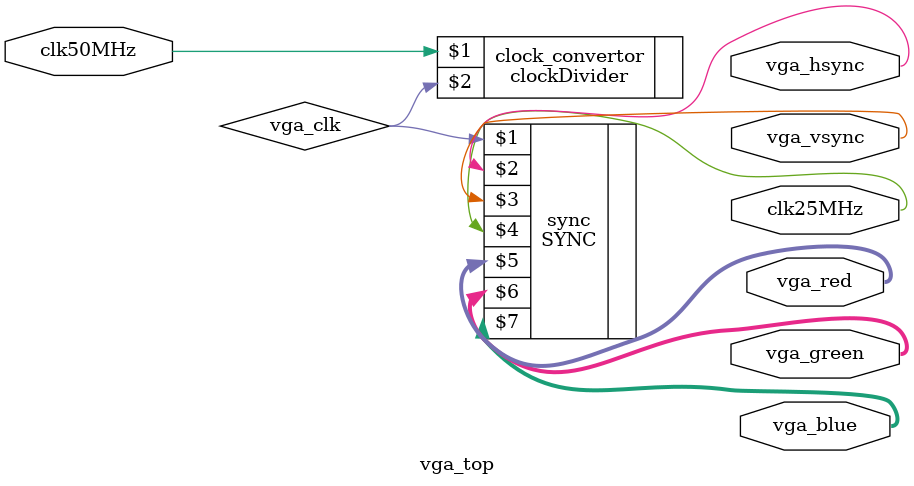
<source format=sv>
module vga_top
	(
		input logic clk50MHz,
		output logic clk25MHz, 
		output logic vga_hsync,
		output logic vga_vsync,
		output logic [7:0] vga_red,
		output logic [7:0] vga_green,
		output logic [7:0] vga_blue
	);
	
	logic vga_clk;
	
	clockDivider clock_convertor(clk50MHz, vga_clk);
	
	SYNC sync(vga_clk, vga_hsync, vga_vsync, clk25MHz,
                vga_red, vga_green, vga_blue);
	
endmodule
</source>
